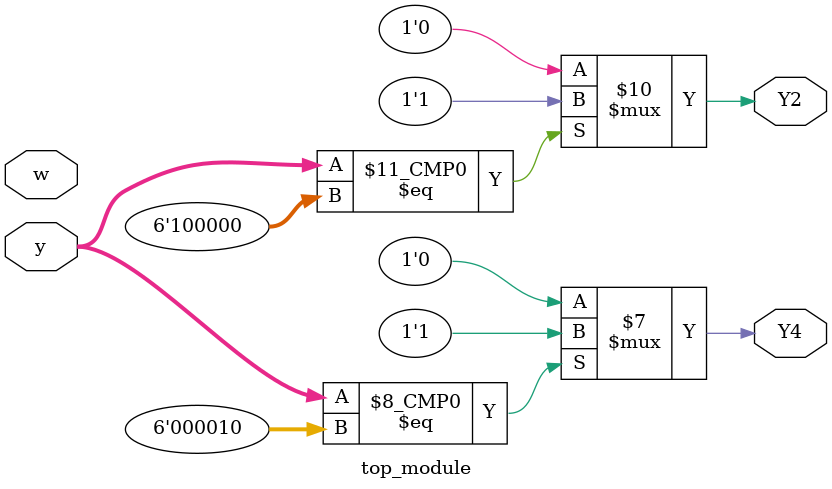
<source format=sv>
module top_module (
    input [6:1] y,
    input w,
    output reg Y2,
    output reg Y4
);

    always @(*) begin
        case(y)
            7'b000001: begin
                Y2 = 1'b0;
                Y4 = 1'b0;
            end
            7'b000010: begin
                Y2 = 1'b0;
                Y4 = 1'b1;
            end
            7'b000100: begin
                Y2 = 1'b0;
                Y4 = 1'b0;
            end
            7'b001000: begin
                Y2 = 1'b0;
                Y4 = 1'b0;
            end
            7'b010000: begin
                Y2 = 1'b0;
                Y4 = 1'b0;
            end
            7'b100000: begin
                Y2 = 1'b1;
                Y4 = 1'b0;
            end
            default: begin
                Y2 = 1'b0;
                Y4 = 1'b0;
            end
        endcase
    end
    
endmodule

</source>
